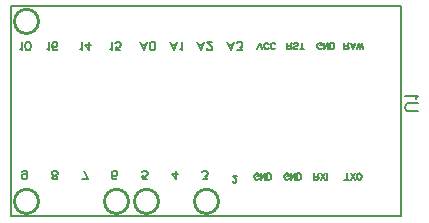
<source format=gbo>
G04 Layer: BottomSilkLayer*
G04 EasyEDA v6.3.53, 2020-07-04T19:29:01+01:00*
G04 4dcc4153daa14e749ff6f4f9958da876,831979d3ac2e4a1db92824a7b243be6d,10*
G04 Gerber Generator version 0.2*
G04 Scale: 100 percent, Rotated: No, Reflected: No *
G04 Dimensions in millimeters *
G04 leading zeros omitted , absolute positions ,3 integer and 3 decimal *
%FSLAX33Y33*%
%MOMM*%
G90*
G71D02*

%ADD10C,0.254000*%
%ADD17C,0.152400*%
%ADD18C,0.203200*%

%LPD*%
G54D18*
G01X79780Y51109D02*
G01X46760Y51109D01*
G01X46760Y68889D01*
G01X79780Y68889D01*
G01X79780Y51109D01*
G54D17*
G01X81188Y59999D02*
G01X80408Y59999D01*
G01X80253Y60053D01*
G01X80149Y60154D01*
G01X80095Y60312D01*
G01X80095Y60416D01*
G01X80149Y60571D01*
G01X80253Y60675D01*
G01X80408Y60726D01*
G01X81188Y60726D01*
G01X80979Y61069D02*
G01X81030Y61173D01*
G01X81188Y61330D01*
G01X80095Y61330D01*
G01X48098Y54493D02*
G01X48065Y54597D01*
G01X47994Y54665D01*
G01X47890Y54701D01*
G01X47857Y54701D01*
G01X47753Y54665D01*
G01X47684Y54597D01*
G01X47649Y54493D01*
G01X47649Y54457D01*
G01X47684Y54353D01*
G01X47753Y54284D01*
G01X47857Y54249D01*
G01X47890Y54249D01*
G01X47994Y54284D01*
G01X48065Y54353D01*
G01X48098Y54493D01*
G01X48098Y54665D01*
G01X48065Y54838D01*
G01X47994Y54942D01*
G01X47890Y54978D01*
G01X47821Y54978D01*
G01X47717Y54942D01*
G01X47684Y54874D01*
G01X50361Y54249D02*
G01X50257Y54284D01*
G01X50224Y54353D01*
G01X50224Y54424D01*
G01X50257Y54493D01*
G01X50328Y54526D01*
G01X50465Y54561D01*
G01X50570Y54597D01*
G01X50638Y54665D01*
G01X50674Y54734D01*
G01X50674Y54838D01*
G01X50638Y54907D01*
G01X50605Y54942D01*
G01X50501Y54978D01*
G01X50361Y54978D01*
G01X50257Y54942D01*
G01X50224Y54907D01*
G01X50189Y54838D01*
G01X50189Y54734D01*
G01X50224Y54665D01*
G01X50293Y54597D01*
G01X50397Y54561D01*
G01X50534Y54526D01*
G01X50605Y54493D01*
G01X50638Y54424D01*
G01X50638Y54353D01*
G01X50605Y54284D01*
G01X50501Y54249D01*
G01X50361Y54249D01*
G01X53214Y54249D02*
G01X52868Y54978D01*
G01X52729Y54249D02*
G01X53214Y54249D01*
G01X55685Y54353D02*
G01X55650Y54284D01*
G01X55545Y54249D01*
G01X55477Y54249D01*
G01X55373Y54284D01*
G01X55304Y54389D01*
G01X55269Y54561D01*
G01X55269Y54734D01*
G01X55304Y54874D01*
G01X55373Y54942D01*
G01X55477Y54978D01*
G01X55510Y54978D01*
G01X55614Y54942D01*
G01X55685Y54874D01*
G01X55718Y54770D01*
G01X55718Y54734D01*
G01X55685Y54630D01*
G01X55614Y54561D01*
G01X55510Y54526D01*
G01X55477Y54526D01*
G01X55373Y54561D01*
G01X55304Y54630D01*
G01X55269Y54734D01*
G01X58225Y54249D02*
G01X57877Y54249D01*
G01X57844Y54561D01*
G01X57877Y54526D01*
G01X57981Y54493D01*
G01X58085Y54493D01*
G01X58190Y54526D01*
G01X58258Y54597D01*
G01X58294Y54701D01*
G01X58294Y54770D01*
G01X58258Y54874D01*
G01X58190Y54942D01*
G01X58085Y54978D01*
G01X57981Y54978D01*
G01X57877Y54942D01*
G01X57844Y54907D01*
G01X57809Y54838D01*
G01X60694Y54249D02*
G01X60349Y54734D01*
G01X60869Y54734D01*
G01X60694Y54249D02*
G01X60694Y54978D01*
G01X62957Y54249D02*
G01X63338Y54249D01*
G01X63130Y54526D01*
G01X63234Y54526D01*
G01X63305Y54561D01*
G01X63338Y54597D01*
G01X63374Y54701D01*
G01X63374Y54770D01*
G01X63338Y54874D01*
G01X63270Y54942D01*
G01X63165Y54978D01*
G01X63061Y54978D01*
G01X62957Y54942D01*
G01X62924Y54907D01*
G01X62889Y54838D01*
G01X65505Y54107D02*
G01X65505Y54081D01*
G01X65530Y54030D01*
G01X65556Y54005D01*
G01X65606Y53980D01*
G01X65708Y53980D01*
G01X65759Y54005D01*
G01X65784Y54030D01*
G01X65810Y54081D01*
G01X65810Y54132D01*
G01X65784Y54183D01*
G01X65733Y54259D01*
G01X65479Y54513D01*
G01X65835Y54513D01*
G01X67715Y54361D02*
G01X67689Y54310D01*
G01X67638Y54259D01*
G01X67588Y54234D01*
G01X67486Y54234D01*
G01X67435Y54259D01*
G01X67384Y54310D01*
G01X67359Y54361D01*
G01X67334Y54437D01*
G01X67334Y54564D01*
G01X67359Y54640D01*
G01X67384Y54691D01*
G01X67435Y54742D01*
G01X67486Y54767D01*
G01X67588Y54767D01*
G01X67638Y54742D01*
G01X67689Y54691D01*
G01X67715Y54640D01*
G01X67715Y54564D01*
G01X67588Y54564D02*
G01X67715Y54564D01*
G01X67882Y54234D02*
G01X67882Y54767D01*
G01X67882Y54234D02*
G01X68238Y54767D01*
G01X68238Y54234D02*
G01X68238Y54767D01*
G01X68405Y54234D02*
G01X68405Y54767D01*
G01X68405Y54234D02*
G01X68583Y54234D01*
G01X68659Y54259D01*
G01X68710Y54310D01*
G01X68736Y54361D01*
G01X68761Y54437D01*
G01X68761Y54564D01*
G01X68736Y54640D01*
G01X68710Y54691D01*
G01X68659Y54742D01*
G01X68583Y54767D01*
G01X68405Y54767D01*
G01X70255Y54361D02*
G01X70229Y54310D01*
G01X70178Y54259D01*
G01X70128Y54234D01*
G01X70026Y54234D01*
G01X69975Y54259D01*
G01X69924Y54310D01*
G01X69899Y54361D01*
G01X69874Y54437D01*
G01X69874Y54564D01*
G01X69899Y54640D01*
G01X69924Y54691D01*
G01X69975Y54742D01*
G01X70026Y54767D01*
G01X70128Y54767D01*
G01X70178Y54742D01*
G01X70229Y54691D01*
G01X70255Y54640D01*
G01X70255Y54564D01*
G01X70128Y54564D02*
G01X70255Y54564D01*
G01X70422Y54234D02*
G01X70422Y54767D01*
G01X70422Y54234D02*
G01X70778Y54767D01*
G01X70778Y54234D02*
G01X70778Y54767D01*
G01X70945Y54234D02*
G01X70945Y54767D01*
G01X70945Y54234D02*
G01X71123Y54234D01*
G01X71199Y54259D01*
G01X71250Y54310D01*
G01X71276Y54361D01*
G01X71301Y54437D01*
G01X71301Y54564D01*
G01X71276Y54640D01*
G01X71250Y54691D01*
G01X71199Y54742D01*
G01X71123Y54767D01*
G01X70945Y54767D01*
G01X72414Y54234D02*
G01X72414Y54767D01*
G01X72414Y54234D02*
G01X72642Y54234D01*
G01X72718Y54259D01*
G01X72744Y54284D01*
G01X72769Y54335D01*
G01X72769Y54386D01*
G01X72744Y54437D01*
G01X72718Y54462D01*
G01X72642Y54488D01*
G01X72414Y54488D01*
G01X72591Y54488D02*
G01X72769Y54767D01*
G01X72937Y54234D02*
G01X73292Y54767D01*
G01X73292Y54234D02*
G01X72937Y54767D01*
G01X73460Y54234D02*
G01X73460Y54767D01*
G01X75131Y54234D02*
G01X75131Y54767D01*
G01X74954Y54234D02*
G01X75309Y54234D01*
G01X75477Y54234D02*
G01X75832Y54767D01*
G01X75832Y54234D02*
G01X75477Y54767D01*
G01X76152Y54234D02*
G01X76102Y54259D01*
G01X76051Y54310D01*
G01X76025Y54361D01*
G01X76000Y54437D01*
G01X76000Y54564D01*
G01X76025Y54640D01*
G01X76051Y54691D01*
G01X76102Y54742D01*
G01X76152Y54767D01*
G01X76254Y54767D01*
G01X76305Y54742D01*
G01X76356Y54691D01*
G01X76381Y54640D01*
G01X76406Y54564D01*
G01X76406Y54437D01*
G01X76381Y54361D01*
G01X76356Y54310D01*
G01X76305Y54259D01*
G01X76254Y54234D01*
G01X76152Y54234D01*
G01X74954Y65283D02*
G01X74954Y65816D01*
G01X74954Y65283D02*
G01X75182Y65283D01*
G01X75258Y65308D01*
G01X75284Y65333D01*
G01X75309Y65384D01*
G01X75309Y65435D01*
G01X75284Y65486D01*
G01X75258Y65511D01*
G01X75182Y65537D01*
G01X74954Y65537D01*
G01X75131Y65537D02*
G01X75309Y65816D01*
G01X75680Y65283D02*
G01X75477Y65816D01*
G01X75680Y65283D02*
G01X75883Y65816D01*
G01X75553Y65638D02*
G01X75807Y65638D01*
G01X76051Y65283D02*
G01X76178Y65816D01*
G01X76305Y65283D02*
G01X76178Y65816D01*
G01X76305Y65283D02*
G01X76432Y65816D01*
G01X76559Y65283D02*
G01X76432Y65816D01*
G01X73049Y65410D02*
G01X73023Y65359D01*
G01X72972Y65308D01*
G01X72922Y65283D01*
G01X72820Y65283D01*
G01X72769Y65308D01*
G01X72718Y65359D01*
G01X72693Y65410D01*
G01X72668Y65486D01*
G01X72668Y65613D01*
G01X72693Y65689D01*
G01X72718Y65740D01*
G01X72769Y65791D01*
G01X72820Y65816D01*
G01X72922Y65816D01*
G01X72972Y65791D01*
G01X73023Y65740D01*
G01X73049Y65689D01*
G01X73049Y65613D01*
G01X72922Y65613D02*
G01X73049Y65613D01*
G01X73216Y65283D02*
G01X73216Y65816D01*
G01X73216Y65283D02*
G01X73572Y65816D01*
G01X73572Y65283D02*
G01X73572Y65816D01*
G01X73739Y65283D02*
G01X73739Y65816D01*
G01X73739Y65283D02*
G01X73917Y65283D01*
G01X73993Y65308D01*
G01X74044Y65359D01*
G01X74070Y65410D01*
G01X74095Y65486D01*
G01X74095Y65613D01*
G01X74070Y65689D01*
G01X74044Y65740D01*
G01X73993Y65791D01*
G01X73917Y65816D01*
G01X73739Y65816D01*
G01X70128Y65283D02*
G01X70128Y65816D01*
G01X70128Y65283D02*
G01X70356Y65283D01*
G01X70432Y65308D01*
G01X70458Y65333D01*
G01X70483Y65384D01*
G01X70483Y65435D01*
G01X70458Y65486D01*
G01X70432Y65511D01*
G01X70356Y65537D01*
G01X70128Y65537D01*
G01X70305Y65537D02*
G01X70483Y65816D01*
G01X71006Y65359D02*
G01X70956Y65308D01*
G01X70879Y65283D01*
G01X70778Y65283D01*
G01X70702Y65308D01*
G01X70651Y65359D01*
G01X70651Y65410D01*
G01X70676Y65460D01*
G01X70702Y65486D01*
G01X70752Y65511D01*
G01X70905Y65562D01*
G01X70956Y65587D01*
G01X70981Y65613D01*
G01X71006Y65664D01*
G01X71006Y65740D01*
G01X70956Y65791D01*
G01X70879Y65816D01*
G01X70778Y65816D01*
G01X70702Y65791D01*
G01X70651Y65740D01*
G01X71352Y65283D02*
G01X71352Y65816D01*
G01X71174Y65283D02*
G01X71530Y65283D01*
G01X67588Y65283D02*
G01X67791Y65816D01*
G01X67994Y65283D02*
G01X67791Y65816D01*
G01X68543Y65410D02*
G01X68517Y65359D01*
G01X68466Y65308D01*
G01X68416Y65283D01*
G01X68314Y65283D01*
G01X68263Y65308D01*
G01X68212Y65359D01*
G01X68187Y65410D01*
G01X68162Y65486D01*
G01X68162Y65613D01*
G01X68187Y65689D01*
G01X68212Y65740D01*
G01X68263Y65791D01*
G01X68314Y65816D01*
G01X68416Y65816D01*
G01X68466Y65791D01*
G01X68517Y65740D01*
G01X68543Y65689D01*
G01X69091Y65410D02*
G01X69066Y65359D01*
G01X69015Y65308D01*
G01X68964Y65283D01*
G01X68863Y65283D01*
G01X68812Y65308D01*
G01X68761Y65359D01*
G01X68736Y65410D01*
G01X68710Y65486D01*
G01X68710Y65613D01*
G01X68736Y65689D01*
G01X68761Y65740D01*
G01X68812Y65791D01*
G01X68863Y65816D01*
G01X68964Y65816D01*
G01X69015Y65791D01*
G01X69066Y65740D01*
G01X69091Y65689D01*
G01X65324Y65171D02*
G01X65048Y65900D01*
G01X65324Y65171D02*
G01X65601Y65900D01*
G01X65152Y65656D02*
G01X65497Y65656D01*
G01X65898Y65171D02*
G01X66279Y65171D01*
G01X66074Y65448D01*
G01X66178Y65448D01*
G01X66246Y65483D01*
G01X66279Y65519D01*
G01X66315Y65623D01*
G01X66315Y65692D01*
G01X66279Y65796D01*
G01X66211Y65864D01*
G01X66107Y65900D01*
G01X66003Y65900D01*
G01X65898Y65864D01*
G01X65865Y65829D01*
G01X65830Y65760D01*
G01X62784Y65171D02*
G01X62508Y65900D01*
G01X62784Y65171D02*
G01X63061Y65900D01*
G01X62612Y65656D02*
G01X62957Y65656D01*
G01X63325Y65346D02*
G01X63325Y65311D01*
G01X63358Y65242D01*
G01X63394Y65206D01*
G01X63463Y65171D01*
G01X63602Y65171D01*
G01X63671Y65206D01*
G01X63706Y65242D01*
G01X63739Y65311D01*
G01X63739Y65379D01*
G01X63706Y65448D01*
G01X63638Y65552D01*
G01X63290Y65900D01*
G01X63775Y65900D01*
G01X60498Y65171D02*
G01X60222Y65900D01*
G01X60498Y65171D02*
G01X60775Y65900D01*
G01X60326Y65656D02*
G01X60671Y65656D01*
G01X61004Y65311D02*
G01X61072Y65275D01*
G01X61177Y65171D01*
G01X61177Y65900D01*
G01X57958Y65171D02*
G01X57682Y65900D01*
G01X57958Y65171D02*
G01X58235Y65900D01*
G01X57786Y65656D02*
G01X58131Y65656D01*
G01X58672Y65171D02*
G01X58568Y65206D01*
G01X58499Y65311D01*
G01X58464Y65483D01*
G01X58464Y65587D01*
G01X58499Y65760D01*
G01X58568Y65864D01*
G01X58672Y65900D01*
G01X58741Y65900D01*
G01X58845Y65864D01*
G01X58913Y65760D01*
G01X58949Y65587D01*
G01X58949Y65483D01*
G01X58913Y65311D01*
G01X58845Y65206D01*
G01X58741Y65171D01*
G01X58672Y65171D01*
G01X55142Y65311D02*
G01X55210Y65275D01*
G01X55314Y65171D01*
G01X55314Y65900D01*
G01X55959Y65171D02*
G01X55611Y65171D01*
G01X55578Y65483D01*
G01X55611Y65448D01*
G01X55716Y65415D01*
G01X55820Y65415D01*
G01X55924Y65448D01*
G01X55992Y65519D01*
G01X56028Y65623D01*
G01X56028Y65692D01*
G01X55992Y65796D01*
G01X55924Y65864D01*
G01X55820Y65900D01*
G01X55716Y65900D01*
G01X55611Y65864D01*
G01X55578Y65829D01*
G01X55543Y65760D01*
G01X52602Y65311D02*
G01X52670Y65275D01*
G01X52774Y65171D01*
G01X52774Y65900D01*
G01X53351Y65171D02*
G01X53003Y65656D01*
G01X53524Y65656D01*
G01X53351Y65171D02*
G01X53351Y65900D01*
G01X49808Y65311D02*
G01X49876Y65275D01*
G01X49980Y65171D01*
G01X49980Y65900D01*
G01X50625Y65275D02*
G01X50590Y65206D01*
G01X50486Y65171D01*
G01X50417Y65171D01*
G01X50313Y65206D01*
G01X50244Y65311D01*
G01X50209Y65483D01*
G01X50209Y65656D01*
G01X50244Y65796D01*
G01X50313Y65864D01*
G01X50417Y65900D01*
G01X50453Y65900D01*
G01X50557Y65864D01*
G01X50625Y65796D01*
G01X50658Y65692D01*
G01X50658Y65656D01*
G01X50625Y65552D01*
G01X50557Y65483D01*
G01X50453Y65448D01*
G01X50417Y65448D01*
G01X50313Y65483D01*
G01X50244Y65552D01*
G01X50209Y65656D01*
G01X47522Y65311D02*
G01X47590Y65275D01*
G01X47694Y65171D01*
G01X47694Y65900D01*
G01X48131Y65171D02*
G01X48027Y65206D01*
G01X47958Y65311D01*
G01X47923Y65483D01*
G01X47923Y65587D01*
G01X47958Y65760D01*
G01X48027Y65864D01*
G01X48131Y65900D01*
G01X48200Y65900D01*
G01X48304Y65864D01*
G01X48372Y65760D01*
G01X48408Y65587D01*
G01X48408Y65483D01*
G01X48372Y65311D01*
G01X48304Y65206D01*
G01X48200Y65171D01*
G01X48131Y65171D01*
G54D10*
G75*
G01X56666Y52380D02*
G03X56666Y52380I-1016J0D01*
G01*
G75*
G01X59206Y52380D02*
G03X59206Y52380I-1016J0D01*
G01*
G75*
G01X64286Y52380D02*
G03X64286Y52380I-1016J0D01*
G01*
G75*
G01X49046Y52380D02*
G03X49046Y52380I-1016J0D01*
G01*
G75*
G01X49046Y67620D02*
G03X49046Y67620I-1016J0D01*
G01*
M00*
M02*

</source>
